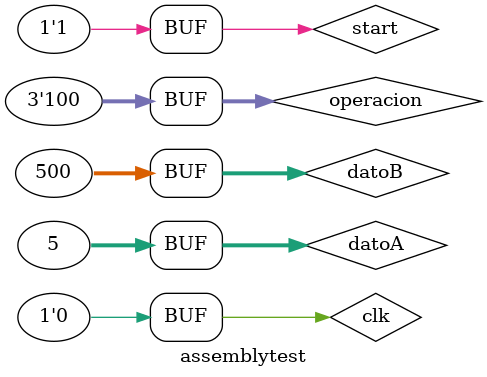
<source format=v>
`timescale 1ns / 1ps

module assemblytest;

	// Inputs
	reg clk;
	reg [31:0] datoA;
	reg [31:0] datoB;
	reg [2:0] operacion;
	reg start;

	// Outputs
	wire [31:0] resultado;
	wire ready;
	wire error;

	// Instantiate the Unit Under Test (UUT)
	Ensamblador uut (
		.clk(clk),
		.datoA(datoA), 
		.datoB(datoB), 
		.operacion(operacion), 
		.start(start), 
		.resultado(resultado), 
		.ready(ready), 
		.error(error)
	);

	initial begin
		// Initialize Inputs
		datoA = 0;
		datoB = 0;
		operacion = 0;
		start = 0;
		clk = 0;

		// Wait 100 ns for global reset to finish
		#100;
        
		// Add stimulus here
		#10; datoA = 5; datoB = 500; operacion = 4; start = 0;
		#10; start = 1; 
		#5; clk = 0;
		#1; clk = 1;
		#1; clk = 0;
		#1; clk = 1;
		#1; clk = 0;
		#1; clk = 1;
		#1; clk = 0;
		#1; clk = 1;
		#1; clk = 0;
		#1; clk = 1;
		#1; clk = 0;
		#1; clk = 1;
		#1; clk = 0;
		#1; clk = 1;
		#1; clk = 0;
		#1; clk = 1;
		#1; clk = 0;
		#1; clk = 0;
		#1; clk = 1;
		#1; clk = 0;
		#1; clk = 1;
		#1; clk = 0;
		#1; clk = 1;
		#1; clk = 0;
		#1; clk = 1;
		#1; clk = 0;
		#1; clk = 1;
		#1; clk = 0;
		#1; clk = 1;
		#1; clk = 0;
		#1; clk = 1;
		#1; clk = 0;
		#1; clk = 0;
		#1; clk = 1;
		#1; clk = 0;
		#1; clk = 1;
		#1; clk = 0;
		#1; clk = 1;
		#1; clk = 0;
		#1; clk = 1;
		#1; clk = 0;
		#1; clk = 1;
		#1; clk = 0;
		#1; clk = 1;
		#1; clk = 0;
		#1; clk = 1;
		#1; clk = 0;
		#1; clk = 0;
		#1; clk = 1;
		#1; clk = 0;
		#1; clk = 1;
		#1; clk = 0;
		#1; clk = 1;
		#1; clk = 0;
		#1; clk = 1;
		#1; clk = 0;
		#1; clk = 1;
		#1; clk = 0;
		#1; clk = 1;
		#1; clk = 0;
		#1; clk = 1;
		#1; clk = 0;
		#1; clk = 0;
		#1; clk = 1;
		#1; clk = 0;
		#1; clk = 1;
		#1; clk = 0;
		#1; clk = 1;
		#1; clk = 0;
		#1; clk = 1;
		#1; clk = 0;
		#1; clk = 1;
		#1; clk = 0;
		#1; clk = 1;
		#1; clk = 0;
		#1; clk = 1;
		#1; clk = 0;
		#1; clk = 0;
		#1; clk = 1;
		#1; clk = 0;
		#1; clk = 1;
		#1; clk = 0;
		#1; clk = 1;
		#1; clk = 0;
		#1; clk = 1;
		#1; clk = 0;
		#1; clk = 1;
		#1; clk = 0;
		#1; clk = 1;
		#1; clk = 0;
		#1; clk = 1;
		#1; clk = 0;
		#1; clk = 0;
		#1; clk = 1;
		#1; clk = 0;
		#1; clk = 1;
		#1; clk = 0;
		#1; clk = 1;
		#1; clk = 0;
		#1; clk = 1;
		#1; clk = 0;
		#1; clk = 1;
		#1; clk = 0;
		#1; clk = 1;
		#1; clk = 0;
		#1; clk = 1;
		#1; clk = 0;
		#1; clk = 0;
		#1; clk = 1;
		#1; clk = 0;
		#1; clk = 1;
		#1; clk = 0;
		#1; clk = 1;
		#1; clk = 0;
		#1; clk = 1;
		#1; clk = 0;
		#1; clk = 1;
		#1; clk = 0;
		#1; clk = 1;
		#1; clk = 0;
		#1; clk = 1;
		#1; clk = 0;
		#1; clk = 0;
		#1; clk = 1;
		#1; clk = 0;
		#1; clk = 1;
		#1; clk = 0;
		#1; clk = 1;
		#1; clk = 0;
		#1; clk = 1;
		#1; clk = 0;
		#1; clk = 1;
		#1; clk = 0;
		#1; clk = 1;
		#1; clk = 0;
		#1; clk = 1;
		#1; clk = 0;
		#1; clk = 0;
		#1; clk = 1;
		#1; clk = 0;
		#1; clk = 1;
		#1; clk = 0;
		#1; clk = 1;
		#1; clk = 0;
		#1; clk = 1;
		#1; clk = 0;
		#1; clk = 1;
		#1; clk = 0;
		#1; clk = 1;
		#1; clk = 0;
		#1; clk = 1;
		#1; clk = 0;
		#1; clk = 0;
		#1; clk = 1;
		#1; clk = 0;
		#1; clk = 1;
		#1; clk = 0;
		#1; clk = 1;
		#1; clk = 0;
		#1; clk = 1;
		#1; clk = 0;
		#1; clk = 1;
		#1; clk = 0;
		#1; clk = 1;
		#1; clk = 0;
		#1; clk = 1;
		#1; clk = 0;
		#1; clk = 0;
		#1; clk = 1;
		#1; clk = 0;
		#1; clk = 1;
		#1; clk = 0;
		#1; clk = 1;
		#1; clk = 0;
		#1; clk = 1;
		#1; clk = 0;
		#1; clk = 1;
		#1; clk = 0;
		#1; clk = 1;
		#1; clk = 0;
		#1; clk = 1;
		#1; clk = 0;
		#1; clk = 0;
		#1; clk = 1;
		#1; clk = 0;
		#1; clk = 1;
		#1; clk = 0;
		#1; clk = 1;
		#1; clk = 0;
		#1; clk = 1;
		#1; clk = 0;
		#1; clk = 1;
		#1; clk = 0;
		#1; clk = 1;
		#1; clk = 0;
		#1; clk = 1;
		#1; clk = 0;
		#1; clk = 0;
		#1; clk = 1;
		#1; clk = 0;
		#1; clk = 1;
		#1; clk = 0;
		#1; clk = 1;
		#1; clk = 0;
		#1; clk = 1;
		#1; clk = 0;
		#1; clk = 1;
		#1; clk = 0;
		#1; clk = 1;
		#1; clk = 0;
		#1; clk = 1;
		#1; clk = 0;
		#1; clk = 0;
		#1; clk = 1;
		#1; clk = 0;
		#1; clk = 1;
		#1; clk = 0;
		#1; clk = 1;
		#1; clk = 0;
		#1; clk = 1;
		#1; clk = 0;
		#1; clk = 1;
		#1; clk = 0;
		#1; clk = 1;
		#1; clk = 0;
		#1; clk = 1;
		#1; clk = 0;
		#1; clk = 0;
		#1; clk = 1;
		#1; clk = 0;
		#1; clk = 1;
		#1; clk = 0;
		#1; clk = 1;
		#1; clk = 0;
		#1; clk = 1;
		#1; clk = 0;
		#1; clk = 1;
		#1; clk = 0;
		#1; clk = 1;
		#1; clk = 0;
		#1; clk = 1;
		#1; clk = 0;
		#1; clk = 0;
		#1; clk = 1;
		#1; clk = 0;
		#1; clk = 1;
		#1; clk = 0;
		#1; clk = 1;
		#1; clk = 0;
		#1; clk = 1;
		#1; clk = 0;
		#1; clk = 1;
		#1; clk = 0;
		#1; clk = 1;
		#1; clk = 0;
		#1; clk = 1;
		#1; clk = 0;
		#1; clk = 0;
		#1; clk = 1;
		#1; clk = 0;
		#1; clk = 1;
		#1; clk = 0;
		#1; clk = 1;
		#1; clk = 0;
		#1; clk = 1;
		#1; clk = 0;
		#1; clk = 1;
		#1; clk = 0;
		#1; clk = 1;
		#1; clk = 0;
		#1; clk = 1;
		#1; clk = 0;
		#1; clk = 0;
		#1; clk = 1;
		#1; clk = 0;
		#1; clk = 1;
		#1; clk = 0;
		#1; clk = 1;
		#1; clk = 0;
		#1; clk = 1;
		#1; clk = 0;
		#1; clk = 1;
		#1; clk = 0;
		#1; clk = 1;
		#1; clk = 0;
		#1; clk = 1;
		#1; clk = 0;
		#1; clk = 0;
		#1; clk = 1;
		#1; clk = 0;
		#1; clk = 1;
		#1; clk = 0;
		#1; clk = 1;
		#1; clk = 0;
		#1; clk = 1;
		#1; clk = 0;
		#1; clk = 1;
		#1; clk = 0;
		#1; clk = 1;
		#1; clk = 0;
		#1; clk = 1;
		#1; clk = 0;
		#1; clk = 0;
		#1; clk = 1;
		#1; clk = 0;
		#1; clk = 1;
		#1; clk = 0;
		#1; clk = 1;
		#1; clk = 0;
		#1; clk = 1;
		#1; clk = 0;
		#1; clk = 1;
		#1; clk = 0;
		#1; clk = 1;
		#1; clk = 0;
		#1; clk = 1;
		#1; clk = 0;
		#1; clk = 0;
		#1; clk = 1;
		#1; clk = 0;
		#1; clk = 1;
		#1; clk = 0;
		#1; clk = 1;
		#1; clk = 0;
		#1; clk = 1;
		#1; clk = 0;
		#1; clk = 1;
		#1; clk = 0;
		#1; clk = 1;
		#1; clk = 0;
		#1; clk = 1;
		#1; clk = 0;
		#1; clk = 0;
		#1; clk = 1;
		#1; clk = 0;
		#1; clk = 1;
		#1; clk = 0;
		#1; clk = 1;
		#1; clk = 0;
		#1; clk = 1;
		#1; clk = 0;
		#1; clk = 1;
		#1; clk = 0;
		#1; clk = 1;
		#1; clk = 0;
		#1; clk = 1;
		#1; clk = 0;
		#1; clk = 0;
		#1; clk = 1;
		#1; clk = 0;
		#1; clk = 1;
		#1; clk = 0;
		#1; clk = 1;
		#1; clk = 0;
		#1; clk = 1;
		#1; clk = 0;
		#1; clk = 1;
		#1; clk = 0;
		#1; clk = 1;
		#1; clk = 0;
		#1; clk = 1;
		#1; clk = 0;
		#1; clk = 0;
		#1; clk = 1;
		#1; clk = 0;
		#1; clk = 1;
		#1; clk = 0;
		#1; clk = 1;
		#1; clk = 0;
		#1; clk = 1;
		#1; clk = 0;
		#1; clk = 1;
		#1; clk = 0;
		#1; clk = 1;
		#1; clk = 0;
		#1; clk = 1;
		#1; clk = 0;
		#1; clk = 0;
		#1; clk = 1;
		#1; clk = 0;
		#1; clk = 1;
		#1; clk = 0;
		#1; clk = 1;
		#1; clk = 0;
		#1; clk = 1;
		#1; clk = 0;
		#1; clk = 1;
		#1; clk = 0;
		#1; clk = 1;
		#1; clk = 0;
		#1; clk = 1;
		#1; clk = 0;
		#1; clk = 0;
		#1; clk = 1;
		#1; clk = 0;
		#1; clk = 1;
		#1; clk = 0;
		#1; clk = 1;
		#1; clk = 0;
		#1; clk = 1;
		#1; clk = 0;
		#1; clk = 1;
		#1; clk = 0;
		#1; clk = 1;
		#1; clk = 0;
		#1; clk = 1;
		#1; clk = 0;
		#1; clk = 0;
		#1; clk = 1;
		#1; clk = 0;
		#1; clk = 1;
		#1; clk = 0;
		#1; clk = 1;
		#1; clk = 0;
		#1; clk = 1;
		#1; clk = 0;
		#1; clk = 1;
		#1; clk = 0;
		#1; clk = 1;
		#1; clk = 0;
		#1; clk = 1;
		#1; clk = 0;
		#1; clk = 0;
		#1; clk = 1;
		#1; clk = 0;
		#1; clk = 1;
		#1; clk = 0;
		#1; clk = 1;
		#1; clk = 0;
		#1; clk = 1;
		#1; clk = 0;
		#1; clk = 1;
		#1; clk = 0;
		#1; clk = 1;
		#1; clk = 0;
		#1; clk = 1;
		#1; clk = 0;
		#1; clk = 0;
		#1; clk = 1;
		#1; clk = 0;
		#1; clk = 1;
		#1; clk = 0;
		#1; clk = 1;
		#1; clk = 0;
		#1; clk = 1;
		#1; clk = 0;
		#1; clk = 1;
		#1; clk = 0;
		#1; clk = 1;
		#1; clk = 0;
		#1; clk = 1;
		#1; clk = 0;
		#1; clk = 0;
		#1; clk = 1;
		#1; clk = 0;
		#1; clk = 1;
		#1; clk = 0;
		#1; clk = 1;
		#1; clk = 0;
		#1; clk = 1;
		#1; clk = 0;
		#1; clk = 1;
		#1; clk = 0;
		#1; clk = 1;
		#1; clk = 0;
		#1; clk = 1;
		#1; clk = 0;
		#1; clk = 0;
		#1; clk = 1;
		#1; clk = 0;
		#1; clk = 1;
		#1; clk = 0;
		#1; clk = 1;
		#1; clk = 0;
		#1; clk = 1;
		#1; clk = 0;
		#1; clk = 1;
		#1; clk = 0;
		#1; clk = 1;
		#1; clk = 0;
		#1; clk = 1;
		#1; clk = 0;
		#1; clk = 1;
		#1; clk = 0;
		#1; clk = 1;
		#1; clk = 0;
		#1; clk = 1;
		#1; clk = 0;
		#1; clk = 1;
		#1; clk = 0;
		#1; clk = 1;
		#1; clk = 0;
		#1; clk = 1;
		#1; clk = 0;
		#1; clk = 1;
		#1; clk = 0;
		#1; clk = 1;
		#1; clk = 0;
		#1; clk = 0;
		#1; clk = 1;
		#1; clk = 0;
		#1; clk = 1;
		#1; clk = 0;
		#1; clk = 1;
		#1; clk = 0;
		#1; clk = 1;
		#1; clk = 0;
		#1; clk = 1;
		#1; clk = 0;
		#1; clk = 1;
		#1; clk = 0;
		#1; clk = 1;
		#1; clk = 0;
		#1; clk = 0;
		#1; clk = 1;
		#1; clk = 0;
		#1; clk = 1;
		#1; clk = 0;
		#1; clk = 1;
		#1; clk = 0;
		#1; clk = 1;
		#1; clk = 0;
		#1; clk = 1;
		#1; clk = 0;
		#1; clk = 1;
		#1; clk = 0;
		#1; clk = 1;
		#1; clk = 0;
		#1; clk = 0;
		#1; clk = 1;
		#1; clk = 0;
		#1; clk = 1;
		#1; clk = 0;
		#1; clk = 1;
		#1; clk = 0;
		#1; clk = 1;
		#1; clk = 0;
		#1; clk = 1;
		#1; clk = 0;
		#1; clk = 1;
		#1; clk = 0;
		#1; clk = 1;
		#1; clk = 0;
		#1; clk = 0;
		#1; clk = 1;
		#1; clk = 0;
		#1; clk = 1;
		#1; clk = 0;
		#1; clk = 1;
		#1; clk = 0;
		#1; clk = 1;
		#1; clk = 0;
		#1; clk = 1;
		#1; clk = 0;
		#1; clk = 1;
		#1; clk = 0;
		#1; clk = 1;
		#1; clk = 0;
		#1; clk = 0;
		#1; clk = 1;
		#1; clk = 0;
		#1; clk = 1;
		#1; clk = 0;
		#1; clk = 1;
		#1; clk = 0;
		#1; clk = 1;
		#1; clk = 0;
		#1; clk = 1;
		#1; clk = 0;
		#1; clk = 1;
		#1; clk = 0;
		#1; clk = 1;
		#1; clk = 0;
		#1; clk = 0;
		#1; clk = 1;
		#1; clk = 0;
		#1; clk = 1;
		#1; clk = 0;
		#1; clk = 1;
		#1; clk = 0;
		#1; clk = 1;
		#1; clk = 0;
		#1; clk = 1;
		#1; clk = 0;
		#1; clk = 1;
		#1; clk = 0;
		#1; clk = 1;
		#1; clk = 0;
		#1; clk = 0;
		#1; clk = 1;
		#1; clk = 0;
		#1; clk = 1;
		#1; clk = 0;
		#1; clk = 1;
		#1; clk = 0;
		#1; clk = 1;
		#1; clk = 0;
		#1; clk = 1;
		#1; clk = 0;
		#1; clk = 1;
		#1; clk = 0;
		#1; clk = 1;
		#1; clk = 0;
		#1; clk = 0;
		#1; clk = 1;
		#1; clk = 0;
		#1; clk = 1;
		#1; clk = 0;
		#1; clk = 1;
		#1; clk = 0;
		#1; clk = 1;
		#1; clk = 0;
		#1; clk = 1;
		#1; clk = 0;
		#1; clk = 1;
		#1; clk = 0;
		#1; clk = 1;
		#1; clk = 0;
		#1; clk = 0;
		#1; clk = 1;
		#1; clk = 0;
		#1; clk = 1;
		#1; clk = 0;
		#1; clk = 1;
		#1; clk = 0;
		#1; clk = 1;
		#1; clk = 0;
		#1; clk = 1;
		#1; clk = 0;
		#1; clk = 1;
		#1; clk = 0;
		#1; clk = 1;
		#1; clk = 0;
		#1; clk = 0;
		#1; clk = 1;
		#1; clk = 0;
		#1; clk = 1;
		#1; clk = 0;
		#1; clk = 1;
		#1; clk = 0;
		#1; clk = 1;
		#1; clk = 0;
		#1; clk = 1;
		#1; clk = 0;
		#1; clk = 1;
		#1; clk = 0;
		#1; clk = 1;
		#1; clk = 0;
		#1; clk = 0;
		#1; clk = 1;
		#1; clk = 0;
		#1; clk = 1;
		#1; clk = 0;
		#1; clk = 1;
		#1; clk = 0;
		#1; clk = 1;
		#1; clk = 0;
		#1; clk = 1;
		#1; clk = 0;
		#1; clk = 1;
		#1; clk = 0;
		#1; clk = 1;
		#1; clk = 0;
		#1; clk = 0;
		#1; clk = 1;
		#1; clk = 0;
		#1; clk = 1;
		#1; clk = 0;
		#1; clk = 1;
		#1; clk = 0;
		#1; clk = 1;
		#1; clk = 0;
		#1; clk = 1;
		#1; clk = 0;
		#1; clk = 1;
		#1; clk = 0;
		#1; clk = 1;
		#1; clk = 0;
		#1; clk = 0;
		#1; clk = 1;
		#1; clk = 0;
		#1; clk = 1;
		#1; clk = 0;
		#1; clk = 1;
		#1; clk = 0;
		#1; clk = 1;
		#1; clk = 0;
		#1; clk = 1;
		#1; clk = 0;
		#1; clk = 1;
		#1; clk = 0;
		#1; clk = 1;
		#1; clk = 0;
		#1; clk = 0;
		#1; clk = 1;
		#1; clk = 0;
		#1; clk = 1;
		#1; clk = 0;
		#1; clk = 1;
		#1; clk = 0;
		#1; clk = 1;
		#1; clk = 0;
		#1; clk = 1;
		#1; clk = 0;
		#1; clk = 1;
		#1; clk = 0;
		#1; clk = 1;
		#1; clk = 0;
		#1; clk = 0;
		#1; clk = 1;
		#1; clk = 0;
		#1; clk = 1;
		#1; clk = 0;
		#1; clk = 1;
		#1; clk = 0;
		#1; clk = 1;
		#1; clk = 0;
		#1; clk = 1;
		#1; clk = 0;
		#1; clk = 1;
		#1; clk = 0;
		#1; clk = 1;
		#1; clk = 0;
		#1; clk = 0;
		#1; clk = 1;
		#1; clk = 0;
		#1; clk = 1;
		#1; clk = 0;
		#1; clk = 1;
		#1; clk = 0;
		#1; clk = 1;
		#1; clk = 0;
		#1; clk = 1;
		#1; clk = 0;
		#1; clk = 1;
		#1; clk = 0;
		#1; clk = 1;
		#1; clk = 0;
		#1; clk = 0;
		#1; clk = 1;
		#1; clk = 0;
		#1; clk = 1;
		#1; clk = 0;
		#1; clk = 1;
		#1; clk = 0;
		#1; clk = 1;
		#1; clk = 0;
		#1; clk = 1;
		#1; clk = 0;
		#1; clk = 1;
		#1; clk = 0;
		#1; clk = 1;
		#1; clk = 0;
		#1; clk = 0;
		#1; clk = 1;
		#1; clk = 0;
		#1; clk = 1;
		#1; clk = 0;
		#1; clk = 1;
		#1; clk = 0;
		#1; clk = 1;
		#1; clk = 0;
		#1; clk = 1;
		#1; clk = 0;
		#1; clk = 1;
		#1; clk = 0;
		#1; clk = 1;
		#1; clk = 0;
		#1; clk = 0;
		#1; clk = 1;
		#1; clk = 0;
		#1; clk = 1;
		#1; clk = 0;
		#1; clk = 1;
		#1; clk = 0;
		#1; clk = 1;
		#1; clk = 0;
		#1; clk = 1;
		#1; clk = 0;
		#1; clk = 1;
		#1; clk = 0;
		#1; clk = 1;
		#1; clk = 0;
		#1; clk = 0;
		#1; clk = 1;
		#1; clk = 0;
		#1; clk = 1;
		#1; clk = 0;
		#1; clk = 1;
		#1; clk = 0;
		#1; clk = 1;
		#1; clk = 0;
		#1; clk = 1;
		#1; clk = 0;
		#1; clk = 1;
		#1; clk = 0;
		#1; clk = 1;
		#1; clk = 0;
		#1; clk = 0;
		#1; clk = 1;
		#1; clk = 0;
		#1; clk = 1;
		#1; clk = 0;
		#1; clk = 1;
		#1; clk = 0;
		#1; clk = 1;
		#1; clk = 0;
		#1; clk = 1;
		#1; clk = 0;
		#1; clk = 1;
		#1; clk = 0;
		#1; clk = 1;
		#1; clk = 0;
		#1; clk = 0;
		#1; clk = 1;
		#1; clk = 0;
		#1; clk = 1;
		#1; clk = 0;
		#1; clk = 1;
		#1; clk = 0;
		#1; clk = 1;
		#1; clk = 0;
		#1; clk = 1;
		#1; clk = 0;
		#1; clk = 1;
		#1; clk = 0;
		#1; clk = 1;
		#1; clk = 0;
		#1; clk = 0;
		#1; clk = 1;
		#1; clk = 0;
		#1; clk = 1;
		#1; clk = 0;
		#1; clk = 1;
		#1; clk = 0;
		#1; clk = 1;
		#1; clk = 0;
		#1; clk = 1;
		#1; clk = 0;
		#1; clk = 1;
		#1; clk = 0;
		#1; clk = 1;
		#1; clk = 0;
		#1; clk = 0;
		#1; clk = 1;
		#1; clk = 0;
		#1; clk = 1;
		#1; clk = 0;
		#1; clk = 1;
		#1; clk = 0;
		#1; clk = 1;
		#1; clk = 0;
		#1; clk = 1;
		#1; clk = 0;
		#1; clk = 1;
		#1; clk = 0;
		#1; clk = 1;
		#1; clk = 0;
		#1; clk = 0;
		#1; clk = 1;
		#1; clk = 0;
		#1; clk = 1;
		#1; clk = 0;
		#1; clk = 1;
		#1; clk = 0;
		#1; clk = 1;
		#1; clk = 0;
		#1; clk = 1;
		#1; clk = 0;
		#1; clk = 1;
		#1; clk = 0;
		#1; clk = 1;
		#1; clk = 0;
		#1; clk = 0;
		#1; clk = 1;
		#1; clk = 0;
		#1; clk = 1;
		#1; clk = 0;
		#1; clk = 1;
		#1; clk = 0;
		#1; clk = 1;
		#1; clk = 0;
		#1; clk = 1;
		#1; clk = 0;
		#1; clk = 1;
		#1; clk = 0;
		#1; clk = 1;
		#1; clk = 0;
		#1; clk = 0;
		#1; clk = 1;
		#1; clk = 0;
		#1; clk = 1;
		#1; clk = 0;
		#1; clk = 1;
		#1; clk = 0;
		#1; clk = 1;
		#1; clk = 0;
		#1; clk = 1;
		#1; clk = 0;
		#1; clk = 1;
		#1; clk = 0;
		#1; clk = 1;
		#1; clk = 0;
		#1; clk = 0;
		#1; clk = 1;
		#1; clk = 0;
		#1; clk = 1;
		#1; clk = 0;
		#1; clk = 1;
		#1; clk = 0;
		#1; clk = 1;
		#1; clk = 0;
		#1; clk = 1;
		#1; clk = 0;
		#1; clk = 1;
		#1; clk = 0;
		#1; clk = 1;
		#1; clk = 0;
		#1; clk = 0;
		#1; clk = 1;
		#1; clk = 0;
		#1; clk = 1;
		#1; clk = 0;
		#1; clk = 1;
		#1; clk = 0;
		#1; clk = 1;
		#1; clk = 0;
		#1; clk = 1;
		#1; clk = 0;
		#1; clk = 1;
		#1; clk = 0;
		#1; clk = 1;
		#1; clk = 0;
		#1; clk = 0;
		#1; clk = 1;
		#1; clk = 0;
		#1; clk = 1;
		#1; clk = 0;
		#1; clk = 1;
		#1; clk = 0;
		#1; clk = 1;
		#1; clk = 0;
		#1; clk = 1;
		#1; clk = 0;
		#1; clk = 1;
		#1; clk = 0;
		#1; clk = 1;
		#1; clk = 0;
		#1; clk = 0;
		#1; clk = 1;
		#1; clk = 0;
		#1; clk = 1;
		#1; clk = 0;
		#1; clk = 1;
		#1; clk = 0;
		#1; clk = 1;
		#1; clk = 0;
		#1; clk = 1;
		#1; clk = 0;
		#1; clk = 1;
		#1; clk = 0;
		#1; clk = 1;
		#1; clk = 0;


	end
      
endmodule


</source>
